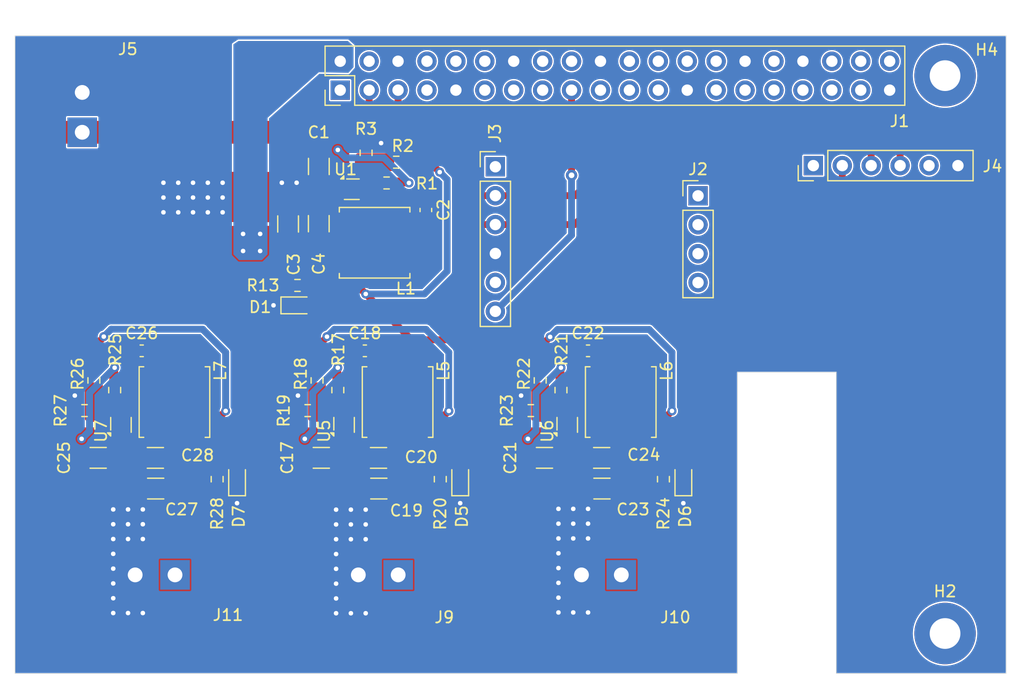
<source format=kicad_pcb>
(kicad_pcb (version 20240108) (generator "pcbnew") (generator_version "8.0")
  (layers (0 "F.Cu" signal) (31 "B.Cu" signal) (34 "B.Paste" user) (35 "F.Paste" user) (36 "B.SilkS" user "B.Silkscreen") (37 "F.SilkS" user "F.Silkscreen") (38 "B.Mask" user) (39 "F.Mask" user) (44 "Edge.Cuts" user))
  (net 0 "")
  (net 1 "+12V")
  (net 2 "GND")
  (net 3 "Net-(U1-BST)")
  (net 4 "+5V_2")
  (net 5 "+5V_3")
  (net 6 "+5V_4")
  (net 7 "Net-(D1-A)")
  (net 8 "+3.3V_S")
  (net 18 "/SDA")
  (net 19 "/SCL")
  (net 45 "Net-(U1-EN)")
  (net 46 "Net-(U1-FB)")
  (net 47 "Net-(U5-BST)")
  (net 48 "Net-(U6-BST)")
  (net 49 "Net-(U7-BST)")
  (net 50 "Net-(D5-A)")
  (net 51 "Net-(D6-A)")
  (net 52 "Net-(D7-A)")
  (net 53 "Net-(U5-EN)")
  (net 54 "Net-(U5-FB)")
  (net 55 "Net-(U6-EN)")
  (net 56 "Net-(U6-FB)")
  (net 57 "Net-(U7-EN)")
  (net 58 "Net-(U7-FB)")
  (net 59 "Net-(U1-SW)")
  (net 60 "Net-(U5-SW)")
  (net 61 "Net-(U6-SW)")
  (net 62 "Net-(U7-SW)")
  (net 65 "+5V_1")
  (footprint "Capacitor_SMD:C_0603_1608Metric" (layer "F.Cu") (at 136.544486 80.840572 90)
    (property "Reference" "C2")
    (property "Value" "0.1uF")
  )
  (footprint "Resistor_SMD:R_0603_1608Metric" (layer "F.Cu") (at 133.944486 76.640572 180)
    (property "Reference" "R2")
    (property "Value" "52.3k")
  )
  (footprint "LED_SMD:LED_0603_1608Metric" (layer "F.Cu") (at 125.301986 89.215572)
    (property "Reference" "D1")
    (property "Value" "LED")
  )
  (footprint "Package_TO_SOT_SMD:SOT-563" (layer "F.Cu") (at 129.362529 99.713043 90)
    (property "Reference" "U5")
    (property "Value" "AP62300Z6")
  )
  (footprint "Capacitor_SMD:C_1206_3216Metric" (layer "F.Cu") (at 124.444486 82.065572 90)
    (property "Reference" "C3")
    (property "Value" "22uF")
  )
  (footprint "Resistor_SMD:R_0603_1608Metric" (layer "F.Cu") (at 126.987529 95.808043 -90)
    (property "Reference" "R18")
    (property "Value" "52.3k")
  )
  (footprint "TerminalBlock_4Ucon:TerminalBlock_4Ucon_1x02_P3.50mm_Vertical" (layer "F.Cu") (at 153.712529 112.888043 180)
    (property "Reference" "J10")
    (property "Value" "Screw_Terminal_01x02")
  )
  (footprint "Capacitor_SMD:C_1206_3216Metric" (layer "F.Cu") (at 127.362529 102.608043)
    (property "Reference" "C17")
    (property "Value" "10uF")
  )
  (footprint "Capacitor_SMD:C_1206_3216Metric" (layer "F.Cu") (at 127.139486 82.040572 90)
    (property "Reference" "C4")
    (property "Value" "22uF")
  )
  (footprint "MountingHole:MountingHole_2.7mm_Pad" (layer "F.Cu") (at 182.147529 118.038043)
    (property "Reference" "H2")
    (property "Value" "MountingHole_Pad")
  )
  (footprint "Capacitor_SMD:C_1206_3216Metric" (layer "F.Cu") (at 127.144486 77.015572 -90)
    (property "Reference" "C1")
    (property "Value" "10uF")
  )
  (footprint "Resistor_SMD:R_0603_1608Metric" (layer "F.Cu") (at 146.587529 95.808043 -90)
    (property "Reference" "R22")
    (property "Value" "52.3k")
  )
  (footprint "Package_TO_SOT_SMD:SOT-563" (layer "F.Cu") (at 148.962529 99.713043 90)
    (property "Reference" "U6")
    (property "Value" "AP62300Z6")
  )
  (footprint "Capacitor_SMD:C_1206_3216Metric" (layer "F.Cu") (at 132.412529 105.308043 180)
    (property "Reference" "C19")
    (property "Value" "22uF")
  )
  (footprint "Resistor_SMD:R_0603_1608Metric" (layer "F.Cu") (at 118.212528 104.483043 90)
    (property "Reference" "R28")
    (property "Value" "1k")
  )
  (footprint "Capacitor_SMD:C_1206_3216Metric" (layer "F.Cu") (at 151.987529 102.613043 180)
    (property "Reference" "C24")
    (property "Value" "22uF")
  )
  (footprint "Capacitor_SMD:C_0603_1608Metric" (layer "F.Cu") (at 111.587529 93.208043 180)
    (property "Reference" "C26")
    (property "Value" "0.1uF")
  )
  (footprint "Capacitor_SMD:C_0603_1608Metric" (layer "F.Cu") (at 150.787529 93.208043 180)
    (property "Reference" "C22")
    (property "Value" "0.1uF")
  )
  (footprint "Package_TO_SOT_SMD:SOT-563" (layer "F.Cu") (at 109.762529 99.713043 90)
    (property "Reference" "U7")
    (property "Value" "AP62300Z6")
  )
  (footprint "Capacitor_SMD:C_1206_3216Metric" (layer "F.Cu") (at 107.762529 102.608043)
    (property "Reference" "C25")
    (property "Value" "10uF")
  )
  (footprint "Resistor_SMD:R_0603_1608Metric" (layer "F.Cu") (at 145.762529 98.458043 180)
    (property "Reference" "R23")
    (property "Value" "10k")
  )
  (footprint "Inductor_SMD:L_TDK_VLS6045EX_VLS6045AF" (layer "F.Cu") (at 134.062529 97.708043 -90)
    (property "Reference" "L5")
    (property "Value" "3.3uH")
  )
  (footprint "Capacitor_SMD:C_1206_3216Metric" (layer "F.Cu") (at 112.812529 105.308043 180)
    (property "Reference" "C27")
    (property "Value" "22uF")
  )
  (footprint "Resistor_SMD:R_0603_1608Metric" (layer "F.Cu") (at 133.094486 78.465572 180)
    (property "Reference" "R1")
    (property "Value" "100k")
  )
  (footprint "Resistor_SMD:R_0603_1608Metric" (layer "F.Cu") (at 107.387529 95.808043 -90)
    (property "Reference" "R26")
    (property "Value" "52.3k")
  )
  (footprint "Resistor_SMD:R_0603_1608Metric" (layer "F.Cu") (at 125.269486 87.465572)
    (property "Reference" "R13")
    (property "Value" "1k")
  )
  (footprint "Connector_PinHeader_2.54mm:PinHeader_1x06_P2.54mm_Vertical" (layer "F.Cu") (at 142.65 77.04)
    (property "Reference" "J3")
    (property "Value" "Conn_01x06_Socket")
  )
  (footprint "Inductor_SMD:L_TDK_VLS6045EX_VLS6045AF" (layer "F.Cu") (at 114.462529 97.708043 -90)
    (property "Reference" "L7")
    (property "Value" "3.3uH")
  )
  (footprint "Connector_PinHeader_2.54mm:PinHeader_1x04_P2.54mm_Vertical" (layer "F.Cu") (at 160.452243 79.593043)
    (property "Reference" "J2")
    (property "Value" "Conn_01x04_Socket")
  )
  (footprint "Connector_PinHeader_2.54mm:PinHeader_2x20_P2.54mm_Vertical" (layer "F.Cu") (at 129.022529 70.313043 90)
    (property "Reference" "J1")
    (property "Value" "Raspberry_Pi_2_3")
  )
  (footprint "LED_SMD:LED_0603_1608Metric" (layer "F.Cu") (at 119.962528 104.450543 90)
    (property "Reference" "D7")
    (property "Value" "LED")
  )
  (footprint "Resistor_SMD:R_0603_1608Metric" (layer "F.Cu") (at 157.412528 104.483043 90)
    (property "Reference" "R24")
    (property "Value" "1k")
  )
  (footprint "Capacitor_SMD:C_1206_3216Metric" (layer "F.Cu") (at 146.962529 102.608043)
    (property "Reference" "C21")
    (property "Value" "10uF")
  )
  (footprint "TerminalBlock_4Ucon:TerminalBlock_4Ucon_1x02_P3.50mm_Vertical" (layer "F.Cu") (at 114.512529 112.888043 180)
    (property "Reference" "J11")
    (property "Value" "Screw_Terminal_01x02")
  )
  (footprint "Connector_PinHeader_2.54mm:PinHeader_1x06_P2.54mm_Vertical" (layer "F.Cu") (at 170.58 76.94 90)
    (property "Reference" "J4")
    (property "Value" "Conn_01x06_Socket")
  )
  (footprint "Capacitor_SMD:C_1206_3216Metric" (layer "F.Cu") (at 112.787529 102.613043 180)
    (property "Reference" "C28")
    (property "Value" "22uF")
  )
  (footprint "Package_TO_SOT_SMD:SOT-563" (layer "F.Cu") (at 130.039486 79.015572)
    (property "Reference" "U1")
    (property "Value" "AP62300Z6")
  )
  (footprint "Inductor_SMD:L_TDK_VLS6045EX_VLS6045AF" (layer "F.Cu") (at 153.662529 97.708043 -90)
    (property "Reference" "L6")
    (property "Value" "3.3uH")
  )
  (footprint "Resistor_SMD:R_0603_1608Metric" (layer "F.Cu") (at 106.562529 98.458043 180)
    (property "Reference" "R27")
    (property "Value" "10k")
  )
  (footprint "Inductor_SMD:L_TDK_VLS6045EX_VLS6045AF" (layer "F.Cu") (at 132.044486 83.715572 180)
    (property "Reference" "L1")
    (property "Value" "3.3uH")
  )
  (footprint "Resistor_SMD:R_0603_1608Metric" (layer "F.Cu") (at 148.412529 96.658043 -90)
    (property "Reference" "R21")
    (property "Value" "100k")
  )
  (footprint "MountingHole:MountingHole_2.7mm_Pad" (layer "F.Cu") (at 182.147529 69.038043)
    (property "Reference" "H4")
    (property "Value" "MountingHole_Pad")
  )
  (footprint "TerminalBlock_4Ucon:TerminalBlock_4Ucon_1x02_P3.50mm_Vertical" (layer "F.Cu") (at 106.362529 74.013043 90)
    (property "Reference" "J5")
    (property "Value" "Screw_Terminal_01x02")
  )
  (footprint "Resistor_SMD:R_0603_1608Metric" (layer "F.Cu") (at 128.812529 96.658043 -90)
    (property "Reference" "R17")
    (property "Value" "100k")
  )
  (footprint "LED_SMD:LED_0603_1608Metric" (layer "F.Cu") (at 159.162528 104.450543 90)
    (property "Reference" "D6")
    (property "Value" "LED")
  )
  (footprint "Resistor_SMD:R_0603_1608Metric" (layer "F.Cu") (at 131.294486 75.815572 90)
    (property "Reference" "R3")
    (property "Value" "10k")
  )
  (footprint "Capacitor_SMD:C_0603_1608Metric" (layer "F.Cu") (at 131.187529 93.208043 180)
    (property "Reference" "C18")
    (property "Value" "0.1uF")
  )
  (footprint "Resistor_SMD:R_0603_1608Metric" (layer "F.Cu") (at 126.162529 98.458043 180)
    (property "Reference" "R19")
    (property "Value" "10k")
  )
  (footprint "LED_SMD:LED_0603_1608Metric" (layer "F.Cu") (at 139.562528 104.450543 90)
    (property "Reference" "D5")
    (property "Value" "LED")
  )
  (footprint "Resistor_SMD:R_0603_1608Metric" (layer "F.Cu") (at 109.212529 96.658043 -90)
    (property "Reference" "R25")
    (property "Value" "100k")
  )
  (footprint "Capacitor_SMD:C_1206_3216Metric" (layer "F.Cu") (at 152.012529 105.308043 180)
    (property "Reference" "C23")
    (property "Value" "22uF")
  )
  (footprint "Resistor_SMD:R_0603_1608Metric" (layer "F.Cu") (at 137.812528 104.483043 90)
    (property "Reference" "R20")
    (property "Value" "1k")
  )
  (footprint "TerminalBlock_4Ucon:TerminalBlock_4Ucon_1x02_P3.50mm_Vertical" (layer "F.Cu") (at 134.112529 112.888043 180)
    (property "Reference" "J9")
    (property "Value" "Screw_Terminal_01x02")
  )
  (footprint "Capacitor_SMD:C_1206_3216Metric" (layer "F.Cu") (at 132.387529 102.613043 180)
    (property "Reference" "C20")
    (property "Value" "22uF")
  )
  (gr_line (start 100.462529 121.538043) (end 163.902529 121.538043) (stroke (width 0.05)) (layer "Edge.Cuts"))
  (gr_line (start 187.502529 121.538043) (end 172.602529 121.538043) (stroke (width 0.05)) (layer "Edge.Cuts"))
  (gr_line (start 187.502529 121.538043) (end 187.502529 65.538043) (stroke (width 0.05)) (layer "Edge.Cuts"))
  (gr_line (start 172.602529 121.538043) (end 172.602529 95.073043) (stroke (width 0.05)) (layer "Edge.Cuts"))
  (gr_line (start 163.902529 121.538043) (end 163.902529 95.073043) (stroke (width 0.05)) (layer "Edge.Cuts"))
  (gr_line (start 100.462529 65.538043) (end 100.462529 121.538043) (stroke (width 0.05)) (layer "Edge.Cuts"))
  (gr_line (start 172.602529 95.073043) (end 163.902529 95.073043) (stroke (width 0.05)) (layer "Edge.Cuts"))
  (gr_line (start 187.502529 65.538043) (end 100.462529 65.538043) (stroke (width 0.05)) (layer "Edge.Cuts"))
  (segment (start 145.462529 115.413043) (end 145.462529 104.913043) (width 2) (layer "F.Cu") (net 1))
  (segment (start 103.762529 74.013043) (end 106.362529 74.013043) (width 2) (layer "F.Cu") (net 1))
  (segment (start 148.41 95.815) (end 148.41 94.69) (width 0.6) (layer "F.Cu") (net 1))
  (segment (start 106.862529 119.413043) (end 123.162529 119.413043) (width 2) (layer "F.Cu") (net 1))
  (segment (start 104.662529 106.513043) (end 106.262529 104.913043) (width 2) (layer "F.Cu") (net 1))
  (segment (start 102.862529 106.513043) (end 102.862529 115.413043) (width 2) (layer "F.Cu") (net 1))
  (segment (start 106.362529 74.013043) (end 123.662529 74.013043) (width 2) (layer "F.Cu") (net 1))
  (segment (start 123.162529 119.413043) (end 141.462529 119.413043) (width 2) (layer "F.Cu") (net 1))
  (segment (start 133.937529 78.463043) (end 135.062529 78.463043) (width 0.6) (layer "F.Cu") (net 1))
  (segment (start 102.862529 115.413043) (end 106.862529 119.413043) (width 2) (layer "F.Cu") (net 1))
  (segment (start 102.862529 74.913043) (end 103.762529 74.013043) (width 2) (layer "F.Cu") (net 1))
  (segment (start 102.862529 106.513043) (end 102.862529 74.913043) (width 2) (layer "F.Cu") (net 1))
  (segment (start 141.462529 119.413043) (end 145.462529 115.413043) (width 2) (layer "F.Cu") (net 1))
  (segment (start 109.21 95.815) (end 109.21 94.69) (width 0.6) (layer "F.Cu") (net 1))
  (segment (start 123.162529 107.513043) (end 125.862529 104.813043) (width 2) (layer "F.Cu") (net 1))
  (segment (start 128.81 95.815) (end 128.81 94.69) (width 0.6) (layer "F.Cu") (net 1))
  (segment (start 102.862529 106.513043) (end 104.662529 106.513043) (width 2) (layer "F.Cu") (net 1))
  (segment (start 109.21 95.815) (end 109.21 94.69) (width 0.6) (layer "F.Cu") (net 1))
  (segment (start 123.162529 119.413043) (end 123.162529 107.513043) (width 2) (layer "F.Cu") (net 1))
  (segment (start 123.662529 74.013043) (end 124.962529 75.313043) (width 2) (layer "F.Cu") (net 1))
  (via (at 109.21 94.69) (size 0.8) (drill 0.4) (layers "F.Cu" "B.Cu") (net 1))
  (via (at 145.51 100.94) (size 0.8) (drill 0.4) (layers "F.Cu" "B.Cu") (net 1))
  (via (at 148.41 94.69) (size 0.8) (drill 0.4) (layers "F.Cu" "B.Cu") (net 1))
  (via (at 128.81 94.69) (size 0.8) (drill 0.4) (layers "F.Cu" "B.Cu") (net 1))
  (via (at 125.91 100.94) (size 0.8) (drill 0.4) (layers "F.Cu" "B.Cu") (net 1))
  (via (at 135.062529 78.463043) (size 0.8) (drill 0.4) (layers "F.Cu" "B.Cu") (net 1))
  (via (at 128.812529 75.563043) (size 0.8) (drill 0.4) (layers "F.Cu" "B.Cu") (net 1))
  (via (at 106.31 100.94) (size 0.8) (drill 0.4) (layers "F.Cu" "B.Cu") (net 1))
  (segment (start 128.81 94.69) (end 126.61 96.89) (width 0.6) (layer "B.Cu") (net 1))
  (segment (start 109.21 94.69) (end 107.01 96.89) (width 0.6) (layer "B.Cu") (net 1))
  (segment (start 126.61 96.89) (end 126.61 100.24) (width 0.6) (layer "B.Cu") (net 1))
  (segment (start 148.41 94.69) (end 146.21 96.89) (width 0.6) (layer "B.Cu") (net 1))
  (segment (start 126.61 100.24) (end 125.91 100.94) (width 0.6) (layer "B.Cu") (net 1))
  (segment (start 129.512529 76.263043) (end 128.812529 75.563043) (width 0.6) (layer "B.Cu") (net 1))
  (segment (start 107.01 96.89) (end 107.01 100.24) (width 0.6) (layer "B.Cu") (net 1))
  (segment (start 107.01 100.24) (end 106.31 100.94) (width 0.6) (layer "B.Cu") (net 1))
  (segment (start 146.21 96.89) (end 146.21 100.24) (width 0.6) (layer "B.Cu") (net 1))
  (segment (start 135.062529 78.463043) (end 132.862529 76.263043) (width 0.6) (layer "B.Cu") (net 1))
  (segment (start 132.862529 76.263043) (end 129.512529 76.263043) (width 0.6) (layer "B.Cu") (net 1))
  (segment (start 107.01 96.89) (end 107.01 100.24) (width 0.6) (layer "B.Cu") (net 1))
  (segment (start 146.21 100.24) (end 145.51 100.94) (width 0.6) (layer "B.Cu") (net 1))
  (segment (start 109.21 94.69) (end 107.01 96.89) (width 0.6) (layer "B.Cu") (net 1))
  (segment (start 107.01 100.24) (end 106.31 100.94) (width 0.6) (layer "B.Cu") (net 1))
  (segment (start 131.412529 74.963043) (end 132.612529 74.963043) (width 0.6) (layer "F.Cu") (net 2))
  (segment (start 144.91 98.34) (end 144.91 97.14) (width 0.6) (layer "F.Cu") (net 2))
  (segment (start 124.537529 89.213043) (end 123.162529 89.213043) (width 0.6) (layer "F.Cu") (net 2))
  (segment (start 125.31 98.34) (end 125.31 97.14) (width 0.6) (layer "F.Cu") (net 2))
  (segment (start 105.71 98.34) (end 105.71 97.14) (width 0.6) (layer "F.Cu") (net 2))
  (segment (start 119.96 105.215) (end 119.96 106.59) (width 0.6) (layer "F.Cu") (net 2))
  (segment (start 139.56 105.215) (end 139.56 106.59) (width 0.6) (layer "F.Cu") (net 2))
  (segment (start 159.16 105.215) (end 159.16 106.59) (width 0.6) (layer "F.Cu") (net 2))
  (segment (start 105.71 97.14) (end 105.71 97.19) (width 0.6) (layer "F.Cu") (net 2))
  (segment (start 105.71 97.14) (end 105.71 97.19) (width 0.6) (layer "F.Cu") (net 2))
  (segment (start 132.612529 74.963043) (end 132.562529 74.963043) (width 0.6) (layer "F.Cu") (net 2))
  (segment (start 125.31 97.14) (end 125.31 97.19) (width 0.6) (layer "F.Cu") (net 2))
  (segment (start 119.96 105.215) (end 119.96 106.59) (width 0.6) (layer "F.Cu") (net 2))
  (segment (start 144.91 97.14) (end 144.91 97.19) (width 0.6) (layer "F.Cu") (net 2))
  (segment (start 105.71 98.34) (end 105.71 97.14) (width 0.6) (layer "F.Cu") (net 2))
  (via (at 131.26 109.75825) (size 0.8) (drill 0.4) (layers "F.Cu" "B.Cu") (net 2))
  (via (at 148.19 112.29) (size 0.8) (drill 0.4) (layers "F.Cu" "B.Cu") (net 2))
  (via (at 118.694279 79.744793) (size 0.8) (drill 0.4) (layers "F.Cu" "B.Cu") (net 2))
  (via (at 129.96 116.25825) (size 0.8) (drill 0.4) (layers "F.Cu" "B.Cu") (net 2))
  (via (at 148.19 116.19) (size 0.8) (drill 0.4) (layers "F.Cu" "B.Cu") (net 2))
  (via (at 118.694279 78.444793) (size 0.8) (drill 0.4) (layers "F.Cu" "B.Cu") (net 2))
  (via (at 150.79 116.19) (size 0.8) (drill 0.4) (layers "F.Cu" "B.Cu") (net 2))
  (via (at 109.085 107.14) (size 0.8) (drill 0.4) (layers "F.Cu" "B.Cu") (net 2))
  (via (at 111.685 107.14) (size 0.8) (drill 0.4) (layers "F.Cu" "B.Cu") (net 2))
  (via (at 109.085 111.04) (size 0.8) (drill 0.4) (layers "F.Cu" "B.Cu") (net 2))
  (via (at 123.162529 89.213043) (size 0.8) (drill 0.4) (layers "F.Cu" "B.Cu") (net 2))
  (via (at 109.085 113.64) (size 0.8) (drill 0.4) (layers "F.Cu" "B.Cu") (net 2))
  (via (at 123.894279 78.444793) (size 0.8) (drill 0.4) (layers "F.Cu" "B.Cu") (net 2))
  (via (at 109.085 109.74) (size 0.8) (drill 0.4) (layers "F.Cu" "B.Cu") (net 2))
  (via (at 128.66 112.35825) (size 0.8) (drill 0.4) (layers "F.Cu" "B.Cu") (net 2))
  (via (at 131.26 116.25825) (size 0.8) (drill 0.4) (layers "F.Cu" "B.Cu") (net 2))
  (via (at 129.96 108.45825) (size 0.8) (drill 0.4) (layers "F.Cu" "B.Cu") (net 2))
  (via (at 111.685 108.44) (size 0.8) (drill 0.4) (layers "F.Cu" "B.Cu") (net 2))
  (via (at 149.49 109.69) (size 0.8) (drill 0.4) (layers "F.Cu" "B.Cu") (net 2))
  (via (at 144.91 97.14) (size 0.8) (drill 0.4) (layers "F.Cu" "B.Cu") (net 2))
  (via (at 148.19 110.99) (size 0.8) (drill 0.4) (layers "F.Cu" "B.Cu") (net 2))
  (via (at 128.66 114.95825) (size 0.8) (drill 0.4) (layers "F.Cu" "B.Cu") (net 2))
  (via (at 128.66 113.65825) (size 0.8) (drill 0.4) (layers "F.Cu" "B.Cu") (net 2))
  (via (at 131.26 107.15825) (size 0.8) (drill 0.4) (layers "F.Cu" "B.Cu") (net 2))
  (via (at 113.494279 81.044793) (size 0.8) (drill 0.4) (layers "F.Cu" "B.Cu") (net 2))
  (via (at 148.19 114.89) (size 0.8) (drill 0.4) (layers "F.Cu" "B.Cu") (net 2))
  (via (at 129.96 109.75825) (size 0.8) (drill 0.4) (layers "F.Cu" "B.Cu") (net 2))
  (via (at 148.19 108.39) (size 0.8) (drill 0.4) (layers "F.Cu" "B.Cu") (net 2))
  (via (at 132.612529 74.963043) (size 0.8) (drill 0.4) (layers "F.Cu" "B.Cu") (net 2))
  (via (at 119.96 106.59) (size 0.8) (drill 0.4) (layers "F.Cu" "B.Cu") (net 2))
  (via (at 148.19 109.69) (size 0.8) (drill 0.4) (layers "F.Cu" "B.Cu") (net 2))
  (via (at 118.694279 81.044793) (size 0.8) (drill 0.4) (layers "F.Cu" "B.Cu") (net 2))
  (via (at 148.19 107.09) (size 0.8) (drill 0.4) (layers "F.Cu" "B.Cu") (net 2))
  (via (at 116.094279 81.044793) (size 0.8) (drill 0.4) (layers "F.Cu" "B.Cu") (net 2))
  (via (at 113.494279 78.444793) (size 0.8) (drill 0.4) (layers "F.Cu" "B.Cu") (net 2))
  (via (at 114.794279 79.744793) (size 0.8) (drill 0.4) (layers "F.Cu" "B.Cu") (net 2))
  (via (at 128.66 107.15825) (size 0.8) (drill 0.4) (layers "F.Cu" "B.Cu") (net 2))
  (via (at 129.96 107.15825) (size 0.8) (drill 0.4) (layers "F.Cu" "B.Cu") (net 2))
  (via (at 114.794279 78.444793) (size 0.8) (drill 0.4) (layers "F.Cu" "B.Cu") (net 2))
  (via (at 148.19 113.59) (size 0.8) (drill 0.4) (layers "F.Cu" "B.Cu") (net 2))
  (via (at 128.66 111.05825) (size 0.8) (drill 0.4) (layers "F.Cu" "B.Cu") (net 2))
  (via (at 111.685 116.24) (size 0.8) (drill 0.4) (layers "F.Cu" "B.Cu") (net 2))
  (via (at 149.49 116.19) (size 0.8) (drill 0.4) (layers "F.Cu" "B.Cu") (net 2))
  (via (at 131.26 108.45825) (size 0.8) (drill 0.4) (layers "F.Cu" "B.Cu") (net 2))
  (via (at 114.794279 81.044793) (size 0.8) (drill 0.4) (layers "F.Cu" "B.Cu") (net 2))
  (via (at 116.094279 79.744793) (size 0.8) (drill 0.4) (layers "F.Cu" "B.Cu") (net 2))
  (via (at 117.394279 81.044793) (size 0.8) (drill 0.4) (layers "F.Cu" "B.Cu") (net 2))
  (via (at 109.085 112.34) (size 0.8) (drill 0.4) (layers "F.Cu" "B.Cu") (net 2))
  (via (at 149.49 107.09) (size 0.8) (drill 0.4) (layers "F.Cu" "B.Cu") (net 2))
  (via (at 125.194279 78.444793) (size 0.8) (drill 0.4) (layers "F.Cu" "B.Cu") (net 2))
  (via (at 116.094279 78.444793) (size 0.8) (drill 0.4) (layers "F.Cu" "B.Cu") (net 2))
  (via (at 139.56 106.59) (size 0.8) (drill 0.4) (layers "F.Cu" "B.Cu") (net 2))
  (via (at 128.66 108.45825) (size 0.8) (drill 0.4) (layers "F.Cu" "B.Cu") (net 2))
  (via (at 150.79 107.09) (size 0.8) (drill 0.4) (layers "F.Cu" "B.Cu") (net 2))
  (via (at 113.494279 79.744793) (size 0.8) (drill 0.4) (layers "F.Cu" "B.Cu") (net 2))
  (via (at 110.385 108.44) (size 0.8) (drill 0.4) (layers "F.Cu" "B.Cu") (net 2))
  (via (at 128.66 109.75825) (size 0.8) (drill 0.4) (layers "F.Cu" "B.Cu") (net 2))
  (via (at 117.394279 79.744793) (size 0.8) (drill 0.4) (layers "F.Cu" "B.Cu") (net 2))
  (via (at 159.16 106.59) (size 0.8) (drill 0.4) (layers "F.Cu" "B.Cu") (net 2))
  (via (at 110.385 116.24) (size 0.8) (drill 0.4) (layers "F.Cu" "B.Cu") (net 2))
  (via (at 128.66 116.25825) (size 0.8) (drill 0.4) (layers "F.Cu" "B.Cu") (net 2))
  (via (at 109.085 114.94) (size 0.8) (drill 0.4) (layers "F.Cu" "B.Cu") (net 2))
  (via (at 149.49 108.39) (size 0.8) (drill 0.4) (layers "F.Cu" "B.Cu") (net 2))
  (via (at 105.71 97.14) (size 0.8) (drill 0.4) (layers "F.Cu" "B.Cu") (net 2))
  (via (at 125.31 97.14) (size 0.8) (drill 0.4) (layers "F.Cu" "B.Cu") (net 2))
  (via (at 110.385 109.74) (size 0.8) (drill 0.4) (layers "F.Cu" "B.Cu") (net 2))
  (via (at 109.085 116.24) (size 0.8) (drill 0.4) (layers "F.Cu" "B.Cu") (net 2))
  (via (at 110.385 107.14) (size 0.8) (drill 0.4) (layers "F.Cu" "B.Cu") (net 2))
  (via (at 117.394279 78.444793) (size 0.8) (drill 0.4) (layers "F.Cu" "B.Cu") (net 2))
  (via (at 111.685 109.74) (size 0.8) (drill 0.4) (layers "F.Cu" "B.Cu") (net 2))
  (via (at 150.79 109.69) (size 0.8) (drill 0.4) (layers "F.Cu" "B.Cu") (net 2))
  (via (at 150.79 108.39) (size 0.8) (drill 0.4) (layers "F.Cu" "B.Cu") (net 2))
  (via (at 109.085 108.44) (size 0.8) (drill 0.4) (layers "F.Cu" "B.Cu") (net 2))
  (segment (start 130.812529 79.513043) (end 136.012529 79.513043) (width 0.3) (layer "F.Cu") (net 3))
  (segment (start 136.012529 79.513043) (end 136.562529 80.063043) (width 0.3) (layer "F.Cu") (net 3))
  (segment (start 137.81 105.29) (end 133.885 105.29) (width 0.6) (layer "F.Cu") (net 4))
  (segment (start 137.26 99.79) (end 134.06 99.79) (width 0.6) (layer "F.Cu") (net 4))
  (segment (start 138.561957 98.488043) (end 137.26 99.79) (width 0.6) (layer "F.Cu") (net 4))
  (segment (start 138.562529 98.488043) (end 138.561957 98.488043) (width 0.6) (layer "F.Cu") (net 4))
  (segment (start 126.985 92.865) (end 126.985 94.965) (width 0.6) (layer "F.Cu") (net 4))
  (segment (start 127.86 91.99) (end 126.985 92.865) (width 0.6) (layer "F.Cu") (net 4))
  (via (at 127.857757 91.966957) (size 0.8) (drill 0.4) (layers "F.Cu" "B.Cu") (net 4))
  (via (at 138.562529 98.488043) (size 0.8) (drill 0.4) (layers "F.Cu" "B.Cu") (net 4))
  (segment (start 138.562529 98.488043) (end 138.562529 93.338043) (width 0.6) (layer "B.Cu") (net 4))
  (segment (start 136.560286 91.315) (end 128.509714 91.315) (width 0.6) (layer "B.Cu") (net 4))
  (segment (start 138.562529 93.338043) (end 136.562529 91.338043) (width 0.6) (layer "B.Cu") (net 4))
  (segment (start 128.509714 91.315) (end 127.857757 91.966957) (width 0.6) (layer "B.Cu") (net 4))
  (segment (start 156.86 99.79) (end 153.66 99.79) (width 0.6) (layer "F.Cu") (net 5))
  (segment (start 146.585 92.865) (end 146.585 94.965) (width 0.6) (layer "F.Cu") (net 5))
  (segment (start 147.46 91.99) (end 146.585 92.865) (width 0.6) (layer "F.Cu") (net 5))
  (segment (start 158.161957 98.488043) (end 156.86 99.79) (width 0.6) (layer "F.Cu") (net 5))
  (segment (start 158.162529 98.488043) (end 158.161957 98.488043) (width 0.6) (layer "F.Cu") (net 5))
  (segment (start 157.41 105.29) (end 153.485 105.29) (width 0.6) (layer "F.Cu") (net 5))
  (via (at 158.162529 98.488043) (size 0.8) (drill 0.4) (layers "F.Cu" "B.Cu") (net 5))
  (via (at 147.460286 91.985) (size 0.8) (drill 0.4) (layers "F.Cu" "B.Cu") (net 5))
  (segment (start 148.112243 91.333043) (end 147.460286 91.985) (width 0.6) (layer "B.Cu") (net 5))
  (segment (start 158.162529 98.488043) (end 158.162529 93.338043) (width 0.6) (layer "B.Cu") (net 5))
  (segment (start 158.162529 93.338043) (end 156.162529 91.338043) (width 0.6) (layer "B.Cu") (net 5))
  (segment (start 156.162815 91.333043) (end 148.112243 91.333043) (width 0.6) (layer "B.Cu") (net 5))
  (segment (start 129.962529 86.913043) (end 129.962529 83.713043) (width 0.6) (layer "F.Cu") (net 6))
  (segment (start 136.887529 76.638043) (end 134.787529 76.638043) (width 0.6) (layer "F.Cu") (net 6))
  (segment (start 173.12 84.81) (end 167.49 90.44) (width 0.6) (layer "F.Cu") (net 6))
  (segment (start 167.49 90.44) (end 147.04 90.44) (width 0.6) (layer "F.Cu") (net 6))
  (segment (start 173.12 76.94) (end 173.12 84.81) (width 0.6) (layer "F.Cu") (net 6))
  (segment (start 131.264486 88.215572) (end 131.264486 88.215) (width 0.6) (layer "F.Cu") (net 6))
  (segment (start 147.04 90.44) (end 145.24 92.24) (width 0.6) (layer "F.Cu") (net 6))
  (segment (start 124.462529 87.463043) (end 124.462529 83.538043) (width 0.6) (layer "F.Cu") (net 6))
  (segment (start 135.289486 92.24) (end 129.962529 86.913043) (width 0.6) (layer "F.Cu") (net 6))
  (segment (start 137.762529 77.513043) (end 136.887529 76.638043) (width 0.6) (layer "F.Cu") (net 6))
  (segment (start 131.264486 88.215) (end 129.962529 86.913043) (width 0.6) (layer "F.Cu") (net 6))
  (segment (start 145.24 92.24) (end 135.289486 92.24) (width 0.6) (layer "F.Cu") (net 6))
  (via (at 120.49 82.94) (size 0.8) (drill 0.4) (layers "F.Cu" "B.Cu") (net 6))
  (via (at 121.99 84.44) (size 0.8) (drill 0.4) (layers "F.Cu" "B.Cu") (net 6))
  (via (at 131.264486 88.215572) (size 0.8) (drill 0.4) (layers "F.Cu" "B.Cu") (net 6))
  (via (at 121.99 82.94) (size 0.8) (drill 0.4) (layers "F.Cu" "B.Cu") (net 6))
  (via (at 137.762529 77.513043) (size 0.8) (drill 0.4) (layers "F.Cu" "B.Cu") (net 6))
  (via (at 120.49 84.44) (size 0.8) (drill 0.4) (layers "F.Cu" "B.Cu") (net 6))
  (segment (start 138.414486 86.215572) (end 138.414486 78.165) (width 0.6) (layer "B.Cu") (net 6))
  (segment (start 131.264486 88.215572) (end 136.414486 88.215572) (width 0.6) (layer "B.Cu") (net 6))
  (segment (start 136.414486 88.215572) (end 138.414486 86.215572) (width 0.6) (layer "B.Cu") (net 6))
  (segment (start 138.414486 78.165) (end 137.762529 77.513043) (width 0.6) (layer "B.Cu") (net 6))
  (segment (start 126.112529 87.463043) (end 126.112529 89.213043) (width 0.6) (layer "F.Cu") (net 7))
  (segment (start 149.34 77.74) (end 149.34 77.79) (width 0.6) (layer "F.Cu") (net 8))
  (segment (start 149.34 77.74) (end 149.34 77.74) (width 0.6) (layer "F.Cu") (net 8))
  (segment (start 149.34 77.79) (end 149.29 77.79) (width 0.6) (layer "F.Cu") (net 8))
  (segment (start 149.342529 70.313043) (end 149.342529 77.737471) (width 0.6) (layer "F.Cu") (net 8))
  (segment (start 149.29 77.79) (end 149.342529 77.737471) (width 0.6) (layer "F.Cu") (net 8))
  (via (at 149.34 77.79) (size 1) (drill 0.5) (layers "F.Cu" "B.Cu") (net 8))
  (segment (start 149.342529 83.047471) (end 142.65 89.74) (width 0.6) (layer "B.Cu") (net 8))
  (segment (start 149.34 83.044942) (end 149.342529 83.047471) (width 0.6) (layer "B.Cu") (net 8))
  (segment (start 149.34 77.79) (end 149.34 83.044942) (width 0.6) (layer "B.Cu") (net 8))
  (segment (start 133.615 73.74) (end 138.14 73.74) (width 0.6) (layer "F.Cu") (net 18))
  (segment (start 175.66 75.66) (end 175.66 76.94) (width 0.6) (layer "F.Cu") (net 18))
  (segment (start 141.22 82.12) (end 142.65 82.12) (width 0.6) (layer "F.Cu") (net 18))
  (segment (start 139.14 80.04) (end 141.22 82.12) (width 0.6) (layer "F.Cu") (net 18))
  (segment (start 131.562529 71.687529) (end 133.615 73.74) (width 0.6) (layer "F.Cu") (net 18))
  (segment (start 156.94 74.79) (end 174.79 74.79) (width 0.6) (layer "F.Cu") (net 18))
  (segment (start 139.14 74.74) (end 139.14 80.04) (width 0.6) (layer "F.Cu") (net 18))
  (segment (start 174.79 74.79) (end 175.66 75.66) (width 0.6) (layer "F.Cu") (net 18))
  (segment (start 138.14 73.74) (end 139.14 74.74) (width 0.6) (layer "F.Cu") (net 18))
  (segment (start 131.562529 70.313043) (end 131.562529 71.687529) (width 0.6) (layer "F.Cu") (net 18))
  (segment (start 142.65 82.12) (end 149.61 82.12) (width 0.6) (layer "F.Cu") (net 18))
  (segment (start 149.61 82.12) (end 156.94 74.79) (width 0.6) (layer "F.Cu") (net 18))
  (segment (start 155.59 73.64) (end 176.69 73.64) (width 0.6) (layer "F.Cu") (net 19))
  (segment (start 141.13 79.58) (end 142.65 79.58) (width 0.6) (layer "F.Cu") (net 19))
  (segment (start 140.39 73.99) (end 140.39 78.84) (width 0.6) (layer "F.Cu") (net 19))
  (segment (start 176.69 73.64) (end 178.2 75.15) (width 0.6) (layer "F.Cu") (net 19))
  (segment (start 134.79 72.49) (end 138.89 72.49) (width 0.6) (layer "F.Cu") (net 19))
  (segment (start 134.102529 70.313043) (end 134.102529 71.802529) (width 0.6) (layer "F.Cu") (net 19))
  (segment (start 142.65 79.58) (end 149.65 79.58) (width 0.6) (layer "F.Cu") (net 19))
  (segment (start 138.89 72.49) (end 140.39 73.99) (width 0.6) (layer "F.Cu") (net 19))
  (segment (start 178.2 75.15) (end 178.2 76.94) (width 0.6) (layer "F.Cu") (net 19))
  (segment (start 134.102529 71.802529) (end 134.79 72.49) (width 0.6) (layer "F.Cu") (net 19))
  (segment (start 149.65 79.58) (end 155.59 73.64) (width 0.6) (layer "F.Cu") (net 19))
  (segment (start 140.39 78.84) (end 141.13 79.58) (width 0.6) (layer "F.Cu") (net 19))
  (segment (start 130.812529 79.013043) (end 131.737529 79.013043) (width 0.3) (layer "F.Cu") (net 45))
  (segment (start 131.737529 79.013043) (end 132.287529 78.463043) (width 0.3) (layer "F.Cu") (net 45))
  (segment (start 129.86 93.74) (end 130.41 93.19) (width 0.3) (layer "F.Cu") (net 47))
  (segment (start 129.86 98.94) (end 129.86 93.74) (width 0.3) (layer "F.Cu") (net 47))
  (segment (start 149.46 98.94) (end 149.46 93.74) (width 0.3) (layer "F.Cu") (net 48))
  (segment (start 149.46 93.74) (end 150.01 93.19) (width 0.3) (layer "F.Cu") (net 48))
  (segment (start 110.26 98.94) (end 110.26 93.74) (width 0.3) (layer "F.Cu") (net 49))
  (segment (start 110.26 93.74) (end 110.81 93.19) (width 0.3) (layer "F.Cu") (net 49))
  (segment (start 110.26 98.94) (end 110.26 93.74) (width 0.3) (layer "F.Cu") (net 49))
  (segment (start 110.26 93.74) (end 110.81 93.19) (width 0.3) (layer "F.Cu") (net 49))
  (segment (start 137.81 103.64) (end 139.56 103.64) (width 0.6) (layer "F.Cu") (net 50))
  (segment (start 157.41 103.64) (end 159.16 103.64) (width 0.6) (layer "F.Cu") (net 51))
  (segment (start 118.21 103.64) (end 119.96 103.64) (width 0.6) (layer "F.Cu") (net 52))
  (segment (start 118.21 103.64) (end 119.96 103.64) (width 0.6) (layer "F.Cu") (net 52))
  (segment (start 129.36 98.94) (end 129.36 98.015) (width 0.3) (layer "F.Cu") (net 53))
  (segment (start 129.36 98.015) (end 128.81 97.465) (width 0.3) (layer "F.Cu") (net 53))
  (segment (start 148.96 98.015) (end 148.41 97.465) (width 0.3) (layer "F.Cu") (net 55))
  (segment (start 148.96 98.94) (end 148.96 98.015) (width 0.3) (layer "F.Cu") (net 55))
  (segment (start 109.76 98.015) (end 109.21 97.465) (width 0.3) (layer "F.Cu") (net 57))
  (segment (start 109.76 98.94) (end 109.76 98.015) (width 0.3) (layer "F.Cu") (net 57))
  (segment (start 109.76 98.015) (end 109.21 97.465) (width 0.3) (layer "F.Cu") (net 57))
  (segment (start 109.76 98.94) (end 109.76 98.015) (width 0.3) (layer "F.Cu") (net 57))
  (segment (start 117.66 99.79) (end 114.46 99.79) (width 0.6) (layer "F.Cu") (net 65))
  (segment (start 108.26 91.99) (end 107.385 92.865) (width 0.6) (layer "F.Cu") (net 65))
  (segment (start 117.66 99.79) (end 114.46 99.79) (width 0.6) (layer "F.Cu") (net 65))
  (segment (start 118.21 105.29) (end 114.285 105.29) (width 0.6) (layer "F.Cu") (net 65))
  (segment (start 118.962529 98.488043) (end 118.961957 98.488043) (width 0.6) (layer "F.Cu") (net 65))
  (segment (start 107.385 92.865) (end 107.385 94.965) (width 0.6) (layer "F.Cu") (net 65))
  (segment (start 118.961957 98.488043) (end 117.66 99.79) (width 0.6) (layer "F.Cu") (net 65))
  (segment (start 118.961957 98.488043) (end 117.66 99.79) (width 0.6) (layer "F.Cu") (net 65))
  (segment (start 118.21 105.29) (end 114.285 105.29) (width 0.6) (layer "F.Cu") (net 65))
  (segment (start 108.26 91.99) (end 107.385 92.865) (width 0.6) (layer "F.Cu") (net 65))
  (segment (start 107.385 92.865) (end 107.385 94.965) (width 0.6) (layer "F.Cu") (net 65))
  (segment (start 118.962529 98.488043) (end 118.961957 98.488043) (width 0.6) (layer "F.Cu") (net 65))
  (via (at 118.962529 98.488043) (size 0.8) (drill 0.4) (layers "F.Cu" "B.Cu") (net 65))
  (via (at 108.255286 91.96) (size 0.8) (drill 0.4) (layers "F.Cu" "B.Cu") (net 65))
  (segment (start 118.962529 98.488043) (end 118.962529 93.338043) (width 0.6) (layer "B.Cu") (net 65))
  (segment (start 118.962529 93.338043) (end 116.962529 91.338043) (width 0.6) (layer "B.Cu") (net 65))
  (segment (start 108.907243 91.308043) (end 108.255286 91.96) (width 0.6) (layer "B.Cu") (net 65))
  (segment (start 116.957815 91.308043) (end 108.907243 91.308043) (width 0.6) (layer "B.Cu") (net 65))
  (segment (start 118.962529 93.338043) (end 116.962529 91.338043) (width 0.6) (layer "B.Cu") (net 65))
  (segment (start 118.962529 98.488043) (end 118.962529 93.338043) (width 0.6) (layer "B.Cu") (net 65))
  (zone (net 58) (net_name "Net-(U7-FB)") (layer "F.Cu") (priority 4) (connect_pads yes (clearance 0)) (min_thickness 0.15) (fill yes (thermal_gap 0.5) (thermal_bridge_width 0.5))
    (polygon (pts (xy 109.31 99.44) (xy 109.46 99.29) (xy 109.46 98.49) (xy 109.31 98.34) (xy 108.41 98.34) (xy 108.16 98.09) (xy 108.16 96.19) (xy 107.96 95.99) (xy 106.81 95.99) (xy 106.61 96.19) (xy 106.61 99.24) (xy 106.81 99.44)))
  )
  (zone (net 1) (net_name "+12V") (layer "F.Cu") (priority 2) (connect_pads yes (clearance 0)) (min_thickness 0.15) (fill yes (thermal_gap 0.5) (thermal_bridge_width 0.5))
    (polygon (pts (xy 129.712529 78.713043) (xy 129.812529 78.613043) (xy 129.812529 73.863043) (xy 129.712529 73.763043) (xy 124.662529 73.763043) (xy 124.562529 73.863043) (xy 124.562529 76.963043) (xy 124.762529 77.163043) (xy 128.512529 77.163043) (xy 128.812529 77.463043) (xy 128.812529 78.613043) (xy 128.912529 78.713043)))
  )
  (zone (net 61) (net_name "Net-(U6-SW)") (layer "F.Cu") (priority 1) (connect_pads yes (clearance 0)) (min_thickness 0.025) (fill yes (thermal_gap 0.5) (thermal_bridge_width 0.5) (island_removal_mode 1) (island_area_min 10))
    (polygon (pts (xy 149.11 100.84) (xy 149.135 100.79) (xy 149.135 99.89) (xy 149.21 99.84) (xy 150.16 99.84) (xy 150.21 99.79) (xy 150.21 98.09) (xy 150.26 98.04) (xy 156.56 98.04) (xy 156.61 97.99) (xy 156.61 94.29) (xy 156.56 94.24) (xy 152.41 94.24) (xy 152.36 94.19) (xy 152.36 92.44) (xy 152.31 92.39) (xy 150.91 92.39) (xy 150.81 92.44) (xy 150.81 94.14) (xy 150.76 94.19) (xy 149.86 94.19) (xy 149.81 94.24) (xy 149.81 98.14) (xy 149.81 98.69) (xy 149.81 99.54) (xy 148.76 99.54) (xy 148.76 100.79) (xy 148.81 100.84)))
  )
  (zone (net 54) (net_name "Net-(U5-FB)") (layer "F.Cu") (priority 4) (connect_pads yes (clearance 0)) (min_thickness 0.15) (fill yes (thermal_gap 0.5) (thermal_bridge_width 0.5))
    (polygon (pts (xy 128.91 99.44) (xy 129.06 99.29) (xy 129.06 98.49) (xy 128.91 98.34) (xy 128.01 98.34) (xy 127.76 98.09) (xy 127.76 96.19) (xy 127.56 95.99) (xy 126.41 95.99) (xy 126.21 96.19) (xy 126.21 99.24) (xy 126.41 99.44)))
  )
  (zone (net 2) (net_name "GND") (layer "F.Cu") (connect_pads yes (clearance 0)) (min_thickness 0.025) (fill yes (thermal_gap 0.5) (thermal_bridge_width 0.5) (island_removal_mode 1) (island_area_min 10))
    (polygon (pts (xy 108.26 101.49) (xy 108.41 101.34) (xy 109.96 101.34) (xy 110.085 101.24) (xy 110.085 100.04) (xy 110.11 99.99) (xy 110.96 99.99) (xy 111.06 100.09) (xy 111.06 101.24) (xy 111.16 101.34) (xy 112.11 101.34) (xy 112.21 101.44) (xy 112.21 106.44) (xy 112.66 106.74) (xy 112.61 117.345) (xy 112.46 117.49) (xy 108.31 117.49) (xy 108.21 117.395)))
  )
  (zone (net 5) (net_name "+5V_3") (layer "F.Cu") (priority 3) (connect_pads yes (clearance 0)) (min_thickness 0.15) (fill yes (thermal_gap 0.5) (thermal_bridge_width 0.5))
    (polygon (pts (xy 151.06 100.79) (xy 150.96 100.69) (xy 150.96 98.64) (xy 151.06 98.54) (xy 156.31 98.54) (xy 156.46 98.69) (xy 156.46 115.94) (xy 156.36 116.04) (xy 152.26 115.94) (xy 152.16 115.84) (xy 152.16 101.24) (xy 151.91 100.99) (xy 151.26 100.99)))
  )
  (zone (net 1) (net_name "+12V") (layer "F.Cu") (priority 2) (connect_pads yes (clearance 0)) (min_thickness 0.15) (fill yes (thermal_gap 0.5) (thermal_bridge_width 0.5))
    (polygon (pts (xy 148.66 100.04) (xy 148.56 99.94) (xy 143.81 99.94) (xy 143.71 100.04) (xy 143.71 105.09) (xy 143.81 105.19) (xy 146.91 105.19) (xy 147.11 104.99) (xy 147.11 101.24) (xy 147.41 100.94) (xy 148.56 100.94) (xy 148.66 100.84)))
  )
  (zone (net 1) (net_name "+12V") (layer "F.Cu") (priority 2) (connect_pads yes (clearance 0)) (min_thickness 0.15) (fill yes (thermal_gap 0.5) (thermal_bridge_width 0.5))
    (polygon (pts (xy 109.46 100.04) (xy 109.36 99.94) (xy 104.61 99.94) (xy 104.51 100.04) (xy 104.51 105.09) (xy 104.61 105.19) (xy 107.71 105.19) (xy 107.91 104.99) (xy 107.91 101.24) (xy 108.21 100.94) (xy 109.36 100.94) (xy 109.46 100.84)))
  )
  (zone (net 2) (net_name "GND") (layer "F.Cu") (connect_pads yes (clearance 0)) (min_thickness 0.025) (fill yes (thermal_gap 0.5) (thermal_bridge_width 0.5) (island_removal_mode 1) (island_area_min 10))
    (polygon (pts (xy 108.26 101.49) (xy 108.41 101.34) (xy 109.96 101.34) (xy 110.085 101.24) (xy 110.085 100.04) (xy 110.11 99.99) (xy 110.96 99.99) (xy 111.06 100.09) (xy 111.06 101.24) (xy 111.16 101.34) (xy 112.11 101.34) (xy 112.21 101.44) (xy 112.21 106.44) (xy 112.66 106.74) (xy 112.61 117.345) (xy 112.46 117.49) (xy 108.31 117.49) (xy 108.21 117.395)))
  )
  (zone (net 56) (net_name "Net-(U6-FB)") (layer "F.Cu") (priority 4) (connect_pads yes (clearance 0)) (min_thickness 0.15) (fill yes (thermal_gap 0.5) (thermal_bridge_width 0.5))
    (polygon (pts (xy 148.51 99.44) (xy 148.66 99.29) (xy 148.66 98.49) (xy 148.51 98.34) (xy 147.61 98.34) (xy 147.36 98.09) (xy 147.36 96.19) (xy 147.16 95.99) (xy 146.01 95.99) (xy 145.81 96.19) (xy 145.81 99.24) (xy 146.01 99.44)))
  )
  (zone (net 4) (net_name "+5V_2") (layer "F.Cu") (priority 3) (connect_pads yes (clearance 0)) (min_thickness 0.15) (fill yes (thermal_gap 0.5) (thermal_bridge_width 0.5))
    (polygon (pts (xy 131.46 100.79) (xy 131.36 100.69) (xy 131.36 98.64) (xy 131.46 98.54) (xy 136.71 98.54) (xy 136.86 98.69) (xy 136.86 115.94) (xy 136.76 116.04) (xy 132.66 115.94) (xy 132.56 115.84) (xy 132.56 101.24) (xy 132.31 100.99) (xy 131.66 100.99)))
  )
  (zone (net 62) (net_name "Net-(U7-SW)") (layer "F.Cu") (priority 1) (connect_pads yes (clearance 0)) (min_thickness 0.025) (fill yes (thermal_gap 0.5) (thermal_bridge_width 0.5) (island_removal_mode 1) (island_area_min 10))
    (polygon (pts (xy 109.91 100.84) (xy 109.935 100.79) (xy 109.935 99.89) (xy 110.01 99.84) (xy 110.96 99.84) (xy 111.01 99.79) (xy 111.01 98.09) (xy 111.06 98.04) (xy 117.36 98.04) (xy 117.41 97.99) (xy 117.41 94.29) (xy 117.36 94.24) (xy 113.21 94.24) (xy 113.16 94.19) (xy 113.16 92.44) (xy 113.11 92.39) (xy 111.71 92.39) (xy 111.61 92.44) (xy 111.61 94.14) (xy 111.56 94.19) (xy 110.66 94.19) (xy 110.61 94.24) (xy 110.61 98.14) (xy 110.61 98.69) (xy 110.61 99.54) (xy 109.56 99.54) (xy 109.56 100.79) (xy 109.61 100.84)))
  )
  (zone (net 59) (net_name "Net-(U1-SW)") (layer "F.Cu") (priority 1) (connect_pads yes (clearance 0)) (min_thickness 0.025) (fill yes (thermal_gap 0.5) (thermal_bridge_width 0.5) (island_removal_mode 1) (island_area_min 10))
    (polygon (pts (xy 128.912529 79.163043) (xy 128.962529 79.188043) (xy 129.862529 79.188043) (xy 129.912529 79.263043) (xy 129.912529 80.213043) (xy 129.962529 80.263043) (xy 131.662529 80.263043) (xy 131.712529 80.313043) (xy 131.712529 86.613043) (xy 131.762529 86.663043) (xy 135.462529 86.663043) (xy 135.512529 86.613043) (xy 135.512529 82.463043) (xy 135.562529 82.413043) (xy 137.312529 82.413043) (xy 137.362529 82.363043) (xy 137.362529 80.963043) (xy 137.312529 80.863043) (xy 135.612529 80.863043) (xy 135.562529 80.813043) (xy 135.562529 79.913043) (xy 135.512529 79.863043) (xy 131.612529 79.863043) (xy 131.062529 79.863043) (xy 130.212529 79.863043) (xy 130.212529 78.813043) (xy 128.962529 78.813043) (xy 128.912529 78.863043)))
  )
  (zone (net 2) (net_name "GND") (layer "F.Cu") (connect_pads yes (clearance 0)) (min_thickness 0.025) (fill yes (thermal_gap 0.5) (thermal_bridge_width 0.5) (island_removal_mode 1) (island_area_min 10))
    (polygon (pts (xy 147.46 101.49) (xy 147.61 101.34) (xy 149.16 101.34) (xy 149.285 101.24) (xy 149.285 100.04) (xy 149.31 99.99) (xy 150.16 99.99) (xy 150.26 100.09) (xy 150.26 101.24) (xy 150.36 101.34) (xy 151.31 101.34) (xy 151.41 101.44) (xy 151.41 106.44) (xy 151.86 106.74) (xy 151.81 117.345) (xy 151.66 117.49) (xy 147.51 117.49) (xy 147.41 117.395)))
  )
  (zone (net 1) (net_name "+12V") (layer "F.Cu") (priority 2) (connect_pads yes (clearance 0)) (min_thickness 0.15) (fill yes (thermal_gap 0.5) (thermal_bridge_width 0.5))
    (polygon (pts (xy 109.46 100.04) (xy 109.36 99.94) (xy 104.61 99.94) (xy 104.51 100.04) (xy 104.51 105.09) (xy 104.61 105.19) (xy 107.71 105.19) (xy 107.91 104.99) (xy 107.91 101.24) (xy 108.21 100.94) (xy 109.36 100.94) (xy 109.46 100.84)))
  )
  (zone (net 62) (net_name "Net-(U7-SW)") (layer "F.Cu") (priority 1) (connect_pads yes (clearance 0)) (min_thickness 0.025) (fill yes (thermal_gap 0.5) (thermal_bridge_width 0.5) (island_removal_mode 1) (island_area_min 10))
    (polygon (pts (xy 109.91 100.84) (xy 109.935 100.79) (xy 109.935 99.89) (xy 110.01 99.84) (xy 110.96 99.84) (xy 111.01 99.79) (xy 111.01 98.09) (xy 111.06 98.04) (xy 117.36 98.04) (xy 117.41 97.99) (xy 117.41 94.29) (xy 117.36 94.24) (xy 113.21 94.24) (xy 113.16 94.19) (xy 113.16 92.44) (xy 113.11 92.39) (xy 111.71 92.39) (xy 111.61 92.44) (xy 111.61 94.14) (xy 111.56 94.19) (xy 110.66 94.19) (xy 110.61 94.24) (xy 110.61 98.14) (xy 110.61 98.69) (xy 110.61 99.54) (xy 109.56 99.54) (xy 109.56 100.79) (xy 109.61 100.84)))
  )
  (zone (net 6) (net_name "+5V_4") (layer "F.Cu") (priority 3) (connect_pads yes (clearance 0)) (min_thickness 0.15) (fill yes (thermal_gap 0.5) (thermal_bridge_width 0.5))
    (polygon (pts (xy 128.962529 81.113043) (xy 129.062529 81.013043) (xy 131.112529 81.013043) (xy 131.212529 81.113043) (xy 131.212529 86.363043) (xy 131.062529 86.513043) (xy 119.19 86.513043) (xy 119.04 86.39) (xy 119.04 82.34) (xy 119.14 82.24) (xy 128.512529 82.213043) (xy 128.762529 81.963043) (xy 128.762529 81.313043)))
  )
  (zone (net 65) (net_name "+5V_1") (layer "F.Cu") (priority 3) (connect_pads yes (clearance 0)) (min_thickness 0.15) (fill yes (thermal_gap 0.5) (thermal_bridge_width 0.5))
    (polygon (pts (xy 111.86 100.79) (xy 111.76 100.69) (xy 111.76 98.64) (xy 111.86 98.54) (xy 117.11 98.54) (xy 117.26 98.69) (xy 117.26 115.94) (xy 117.16 116.04) (xy 113.06 115.94) (xy 112.96 115.84) (xy 112.96 101.24) (xy 112.71 100.99) (xy 112.06 100.99)))
  )
  (zone (net 58) (net_name "Net-(U7-FB)") (layer "F.Cu") (priority 4) (connect_pads yes (clearance 0)) (min_thickness 0.15) (fill yes (thermal_gap 0.5) (thermal_bridge_width 0.5))
    (polygon (pts (xy 109.31 99.44) (xy 109.46 99.29) (xy 109.46 98.49) (xy 109.31 98.34) (xy 108.41 98.34) (xy 108.16 98.09) (xy 108.16 96.19) (xy 107.96 95.99) (xy 106.81 95.99) (xy 106.61 96.19) (xy 106.61 99.24) (xy 106.81 99.44)))
  )
  (zone (net 2) (net_name "GND") (layer "F.Cu") (connect_pads yes (clearance 0)) (min_thickness 0.025) (fill yes (thermal_gap 0.5) (thermal_bridge_width 0.5) (island_removal_mode 1) (island_area_min 10))
    (polygon (pts (xy 128.262529 77.513043) (xy 128.412529 77.663043) (xy 128.412529 79.213043) (xy 128.512529 79.338043) (xy 129.712529 79.338043) (xy 129.762529 79.363043) (xy 129.762529 80.213043) (xy 129.662529 80.313043) (xy 128.512529 80.313043) (xy 128.412529 80.413043) (xy 128.412529 81.363043) (xy 128.312529 81.463043) (xy 123.312529 81.463043) (xy 123.012529 81.913043) (xy 112.407529 81.863043) (xy 112.262529 81.713043) (xy 112.262529 77.563043) (xy 112.357529 77.463043)))
  )
  (zone (net 1) (net_name "+12V") (layer "F.Cu") (priority 2) (connect_pads yes (clearance 0)) (min_thickness 0.15) (fill yes (thermal_gap 0.5) (thermal_bridge_width 0.5))
    (polygon (pts (xy 129.06 100.04) (xy 128.96 99.94) (xy 124.21 99.94) (xy 124.11 100.04) (xy 124.11 105.09) (xy 124.21 105.19) (xy 127.31 105.19) (xy 127.51 104.99) (xy 127.51 101.24) (xy 127.81 100.94) (xy 128.96 100.94) (xy 129.06 100.84)))
  )
  (zone (net 46) (net_name "Net-(U1-FB)") (layer "F.Cu") (priority 4) (connect_pads yes (clearance 0)) (min_thickness 0.15) (fill yes (thermal_gap 0.5) (thermal_bridge_width 0.5))
    (polygon (pts (xy 130.312529 78.563043) (xy 130.462529 78.713043) (xy 131.262529 78.713043) (xy 131.412529 78.563043) (xy 131.412529 77.663043) (xy 131.662529 77.413043) (xy 133.562529 77.413043) (xy 133.762529 77.213043) (xy 133.762529 76.063043) (xy 133.562529 75.863043) (xy 130.512529 75.863043) (xy 130.312529 76.063043)))
  )
  (zone (net 2) (net_name "GND") (layer "F.Cu") (connect_pads yes (clearance 0)) (min_thickness 0.025) (fill yes (thermal_gap 0.5) (thermal_bridge_width 0.5) (island_removal_mode 1) (island_area_min 10))
    (polygon (pts (xy 127.86 101.49) (xy 128.01 101.34) (xy 129.56 101.34) (xy 129.685 101.24) (xy 129.685 100.04) (xy 129.71 99.99) (xy 130.56 99.99) (xy 130.66 100.09) (xy 130.66 101.24) (xy 130.76 101.34) (xy 131.71 101.34) (xy 131.81 101.44) (xy 131.81 106.44) (xy 132.26 106.74) (xy 132.21 117.345) (xy 132.06 117.49) (xy 127.91 117.49) (xy 127.81 117.395)))
  )
  (zone (net 60) (net_name "Net-(U5-SW)") (layer "F.Cu") (priority 1) (connect_pads yes (clearance 0)) (min_thickness 0.025) (fill yes (thermal_gap 0.5) (thermal_bridge_width 0.5) (island_removal_mode 1) (island_area_min 10))
    (polygon (pts (xy 129.51 100.84) (xy 129.535 100.79) (xy 129.535 99.89) (xy 129.61 99.84) (xy 130.56 99.84) (xy 130.61 99.79) (xy 130.61 98.09) (xy 130.66 98.04) (xy 136.96 98.04) (xy 137.01 97.99) (xy 137.01 94.29) (xy 136.96 94.24) (xy 132.81 94.24) (xy 132.76 94.19) (xy 132.76 92.44) (xy 132.71 92.39) (xy 131.31 92.39) (xy 131.21 92.44) (xy 131.21 94.14) (xy 131.16 94.19) (xy 130.26 94.19) (xy 130.21 94.24) (xy 130.21 98.14) (xy 130.21 98.69) (xy 130.21 99.54) (xy 129.16 99.54) (xy 129.16 100.79) (xy 129.21 100.84)))
  )
  (zone (net 2) (net_name "GND") (layer "B.Cu") (priority 5) (connect_pads yes (clearance 0)) (min_thickness 0.025) (fill yes (thermal_gap 0.5) (thermal_bridge_width 0.5) (island_removal_mode 1) (island_area_min 10))
    (polygon (pts (xy 188.14 64.74) (xy 188.14 122.74) (xy 99.14 122.74) (xy 99.14 64.74)))
  )
  (zone (net 6) (net_name "+5V_4") (layer "B.Cu") (priority 6) (connect_pads yes (clearance 0)) (min_thickness 0.025) (fill yes (thermal_gap 0.5) (thermal_bridge_width 0.5) (island_removal_mode 1) (island_area_min 10))
    (polygon (pts (xy 122.14 85.24) (xy 122.64 84.74) (xy 122.64 72.74) (xy 127.14 68.74) (xy 129.74 68.79) (xy 130.19 68.29) (xy 130.19 66.44) (xy 129.69 65.99) (xy 120.09 65.99) (xy 119.64 66.29) (xy 119.64 84.74) (xy 120.14 85.24)))
  )
)
</source>
